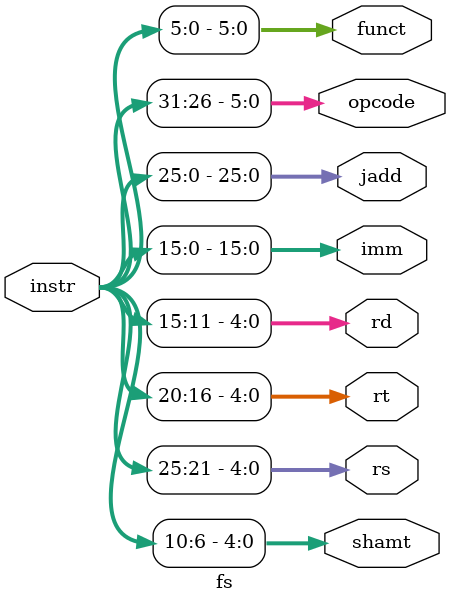
<source format=v>
`timescale 1ns / 1ps

module fs (
    input [31:0] instr,

    output [4:0] shamt,
    output [4:0] rs,
    output [4:0] rt,
    output [4:0] rd,
    output [15:0] imm,
    output [25:0] jadd,

    output [5:0] opcode,
    output [5:0] funct
);

assign funct  = instr[5:0];
assign shamt  = instr[10:6];
assign rd     = instr[15:11];
assign rt     = instr[20:16];
assign rs     = instr[25:21];
assign jadd   = instr[25:0];
assign imm    = instr[15:0];
assign opcode = instr[31:26];

endmodule
</source>
